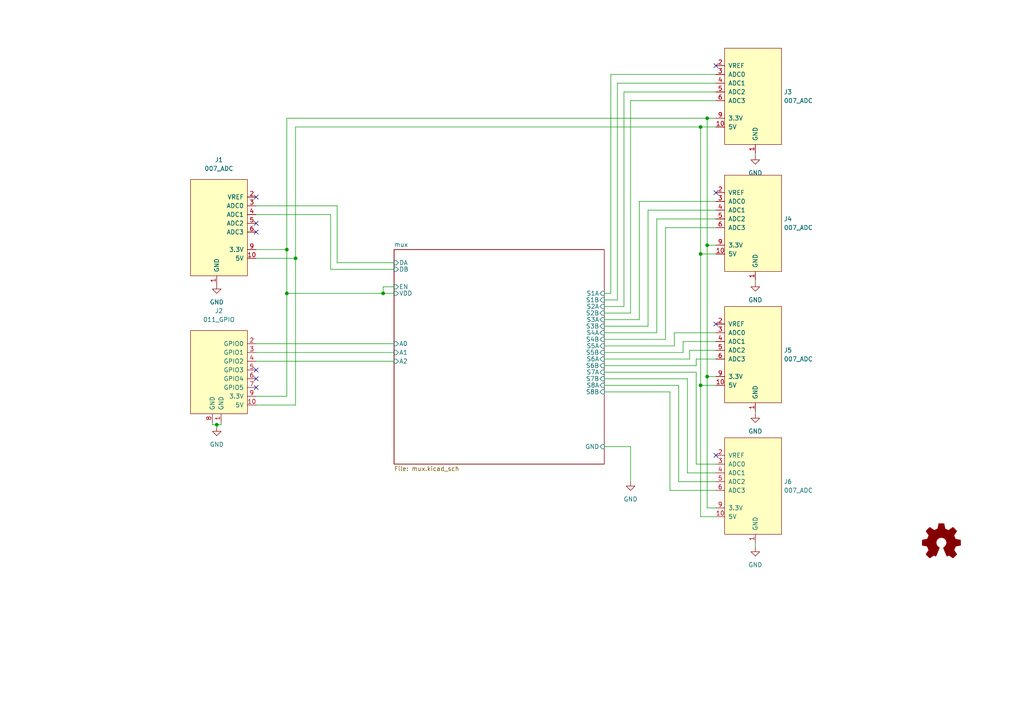
<source format=kicad_sch>
(kicad_sch (version 20230121) (generator eeschema)

  (uuid 57732dd3-1162-4c3f-88bd-31bf473d124d)

  (paper "A4")

  (lib_symbols
    (symbol "Graphic:Logo_Open_Hardware_Small" (pin_names (offset 1.016)) (in_bom yes) (on_board yes)
      (property "Reference" "#LOGO" (at 0 6.985 0)
        (effects (font (size 1.27 1.27)) hide)
      )
      (property "Value" "Logo_Open_Hardware_Small" (at 0 -5.715 0)
        (effects (font (size 1.27 1.27)) hide)
      )
      (property "Footprint" "" (at 0 0 0)
        (effects (font (size 1.27 1.27)) hide)
      )
      (property "Datasheet" "~" (at 0 0 0)
        (effects (font (size 1.27 1.27)) hide)
      )
      (property "ki_keywords" "Logo" (at 0 0 0)
        (effects (font (size 1.27 1.27)) hide)
      )
      (property "ki_description" "Open Hardware logo, small" (at 0 0 0)
        (effects (font (size 1.27 1.27)) hide)
      )
      (symbol "Logo_Open_Hardware_Small_0_1"
        (polyline
          (pts
            (xy 3.3528 -4.3434)
            (xy 3.302 -4.318)
            (xy 3.175 -4.2418)
            (xy 2.9972 -4.1148)
            (xy 2.7686 -3.9624)
            (xy 2.54 -3.81)
            (xy 2.3622 -3.7084)
            (xy 2.2352 -3.6068)
            (xy 2.1844 -3.5814)
            (xy 2.159 -3.6068)
            (xy 2.0574 -3.6576)
            (xy 1.905 -3.7338)
            (xy 1.8034 -3.7846)
            (xy 1.6764 -3.8354)
            (xy 1.6002 -3.8354)
            (xy 1.6002 -3.8354)
            (xy 1.5494 -3.7338)
            (xy 1.4732 -3.5306)
            (xy 1.3462 -3.302)
            (xy 1.2446 -3.0226)
            (xy 1.1176 -2.7178)
            (xy 0.9652 -2.413)
            (xy 0.8636 -2.1082)
            (xy 0.7366 -1.8288)
            (xy 0.6604 -1.6256)
            (xy 0.6096 -1.4732)
            (xy 0.5842 -1.397)
            (xy 0.5842 -1.397)
            (xy 0.6604 -1.3208)
            (xy 0.7874 -1.2446)
            (xy 1.0414 -1.016)
            (xy 1.2954 -0.6858)
            (xy 1.4478 -0.3302)
            (xy 1.524 0.0762)
            (xy 1.4732 0.4572)
            (xy 1.3208 0.8128)
            (xy 1.0668 1.143)
            (xy 0.762 1.3716)
            (xy 0.4064 1.524)
            (xy 0 1.5748)
            (xy -0.381 1.5494)
            (xy -0.7366 1.397)
            (xy -1.0668 1.143)
            (xy -1.2192 0.9906)
            (xy -1.397 0.6604)
            (xy -1.524 0.3048)
            (xy -1.524 0.2286)
            (xy -1.4986 -0.1778)
            (xy -1.397 -0.5334)
            (xy -1.1938 -0.8636)
            (xy -0.9144 -1.143)
            (xy -0.8636 -1.1684)
            (xy -0.7366 -1.27)
            (xy -0.635 -1.3462)
            (xy -0.5842 -1.397)
            (xy -1.0668 -2.5908)
            (xy -1.143 -2.794)
            (xy -1.2954 -3.1242)
            (xy -1.397 -3.4036)
            (xy -1.4986 -3.6322)
            (xy -1.5748 -3.7846)
            (xy -1.6002 -3.8354)
            (xy -1.6002 -3.8354)
            (xy -1.651 -3.8354)
            (xy -1.7272 -3.81)
            (xy -1.905 -3.7338)
            (xy -2.0066 -3.683)
            (xy -2.1336 -3.6068)
            (xy -2.2098 -3.5814)
            (xy -2.2606 -3.6068)
            (xy -2.3622 -3.683)
            (xy -2.54 -3.81)
            (xy -2.7686 -3.9624)
            (xy -2.9718 -4.0894)
            (xy -3.1496 -4.2164)
            (xy -3.302 -4.318)
            (xy -3.3528 -4.3434)
            (xy -3.3782 -4.3434)
            (xy -3.429 -4.318)
            (xy -3.5306 -4.2164)
            (xy -3.7084 -4.064)
            (xy -3.937 -3.8354)
            (xy -3.9624 -3.81)
            (xy -4.1656 -3.6068)
            (xy -4.318 -3.4544)
            (xy -4.4196 -3.3274)
            (xy -4.445 -3.2766)
            (xy -4.445 -3.2766)
            (xy -4.4196 -3.2258)
            (xy -4.318 -3.0734)
            (xy -4.2164 -2.8956)
            (xy -4.064 -2.667)
            (xy -3.6576 -2.0828)
            (xy -3.8862 -1.5494)
            (xy -3.937 -1.3716)
            (xy -4.0386 -1.1684)
            (xy -4.0894 -1.0414)
            (xy -4.1148 -0.9652)
            (xy -4.191 -0.9398)
            (xy -4.318 -0.9144)
            (xy -4.5466 -0.8636)
            (xy -4.8006 -0.8128)
            (xy -5.0546 -0.7874)
            (xy -5.2578 -0.7366)
            (xy -5.4356 -0.7112)
            (xy -5.5118 -0.6858)
            (xy -5.5118 -0.6858)
            (xy -5.5372 -0.635)
            (xy -5.5372 -0.5588)
            (xy -5.5372 -0.4318)
            (xy -5.5626 -0.2286)
            (xy -5.5626 0.0762)
            (xy -5.5626 0.127)
            (xy -5.5372 0.4064)
            (xy -5.5372 0.635)
            (xy -5.5372 0.762)
            (xy -5.5372 0.8382)
            (xy -5.5372 0.8382)
            (xy -5.461 0.8382)
            (xy -5.3086 0.889)
            (xy -5.08 0.9144)
            (xy -4.826 0.9652)
            (xy -4.8006 0.9906)
            (xy -4.5466 1.0414)
            (xy -4.318 1.0668)
            (xy -4.1656 1.1176)
            (xy -4.0894 1.143)
            (xy -4.0894 1.143)
            (xy -4.0386 1.2446)
            (xy -3.9624 1.4224)
            (xy -3.8608 1.6256)
            (xy -3.7846 1.8288)
            (xy -3.7084 2.0066)
            (xy -3.6576 2.159)
            (xy -3.6322 2.2098)
            (xy -3.6322 2.2098)
            (xy -3.683 2.286)
            (xy -3.7592 2.413)
            (xy -3.8862 2.5908)
            (xy -4.064 2.8194)
            (xy -4.064 2.8448)
            (xy -4.2164 3.0734)
            (xy -4.3434 3.2512)
            (xy -4.4196 3.3782)
            (xy -4.445 3.4544)
            (xy -4.445 3.4544)
            (xy -4.3942 3.5052)
            (xy -4.2926 3.6322)
            (xy -4.1148 3.81)
            (xy -3.937 4.0132)
            (xy -3.8608 4.064)
            (xy -3.6576 4.2926)
            (xy -3.5052 4.4196)
            (xy -3.4036 4.4958)
            (xy -3.3528 4.5212)
            (xy -3.3528 4.5212)
            (xy -3.302 4.4704)
            (xy -3.1496 4.3688)
            (xy -2.9718 4.2418)
            (xy -2.7432 4.0894)
            (xy -2.7178 4.0894)
            (xy -2.4892 3.937)
            (xy -2.3114 3.81)
            (xy -2.1844 3.7084)
            (xy -2.1336 3.683)
            (xy -2.1082 3.683)
            (xy -2.032 3.7084)
            (xy -1.8542 3.7592)
            (xy -1.6764 3.8354)
            (xy -1.4732 3.937)
            (xy -1.27 4.0132)
            (xy -1.143 4.064)
            (xy -1.0668 4.1148)
            (xy -1.0668 4.1148)
            (xy -1.0414 4.191)
            (xy -1.016 4.3434)
            (xy -0.9652 4.572)
            (xy -0.9144 4.8514)
            (xy -0.889 4.9022)
            (xy -0.8382 5.1562)
            (xy -0.8128 5.3848)
            (xy -0.7874 5.5372)
            (xy -0.762 5.588)
            (xy -0.7112 5.6134)
            (xy -0.5842 5.6134)
            (xy -0.4064 5.6134)
            (xy -0.1524 5.6134)
            (xy 0.0762 5.6134)
            (xy 0.3302 5.6134)
            (xy 0.5334 5.6134)
            (xy 0.6858 5.588)
            (xy 0.7366 5.588)
            (xy 0.7366 5.588)
            (xy 0.762 5.5118)
            (xy 0.8128 5.334)
            (xy 0.8382 5.1054)
            (xy 0.9144 4.826)
            (xy 0.9144 4.7752)
            (xy 0.9652 4.5212)
            (xy 1.016 4.2926)
            (xy 1.0414 4.1402)
            (xy 1.0668 4.0894)
            (xy 1.0668 4.0894)
            (xy 1.1938 4.0386)
            (xy 1.3716 3.9624)
            (xy 1.5748 3.8608)
            (xy 2.0828 3.6576)
            (xy 2.7178 4.0894)
            (xy 2.7686 4.1402)
            (xy 2.9972 4.2926)
            (xy 3.175 4.4196)
            (xy 3.302 4.4958)
            (xy 3.3782 4.5212)
            (xy 3.3782 4.5212)
            (xy 3.429 4.4704)
            (xy 3.556 4.3434)
            (xy 3.7338 4.191)
            (xy 3.9116 3.9878)
            (xy 4.064 3.8354)
            (xy 4.2418 3.6576)
            (xy 4.3434 3.556)
            (xy 4.4196 3.4798)
            (xy 4.4196 3.429)
            (xy 4.4196 3.4036)
            (xy 4.3942 3.3274)
            (xy 4.2926 3.2004)
            (xy 4.1656 2.9972)
            (xy 4.0132 2.794)
            (xy 3.8862 2.5908)
            (xy 3.7592 2.3876)
            (xy 3.6576 2.2352)
            (xy 3.6322 2.159)
            (xy 3.6322 2.1336)
            (xy 3.683 2.0066)
            (xy 3.7592 1.8288)
            (xy 3.8608 1.6002)
            (xy 4.064 1.1176)
            (xy 4.3942 1.0414)
            (xy 4.5974 1.016)
            (xy 4.8768 0.9652)
            (xy 5.1308 0.9144)
            (xy 5.5372 0.8382)
            (xy 5.5626 -0.6604)
            (xy 5.4864 -0.6858)
            (xy 5.4356 -0.6858)
            (xy 5.2832 -0.7366)
            (xy 5.0546 -0.762)
            (xy 4.8006 -0.8128)
            (xy 4.5974 -0.8636)
            (xy 4.3688 -0.9144)
            (xy 4.2164 -0.9398)
            (xy 4.1402 -0.9398)
            (xy 4.1148 -0.9652)
            (xy 4.064 -1.0668)
            (xy 3.9878 -1.2446)
            (xy 3.9116 -1.4478)
            (xy 3.81 -1.651)
            (xy 3.7338 -1.8542)
            (xy 3.683 -2.0066)
            (xy 3.6576 -2.0828)
            (xy 3.683 -2.1336)
            (xy 3.7846 -2.2606)
            (xy 3.8862 -2.4638)
            (xy 4.0386 -2.667)
            (xy 4.191 -2.8956)
            (xy 4.318 -3.0734)
            (xy 4.3942 -3.2004)
            (xy 4.445 -3.2766)
            (xy 4.4196 -3.3274)
            (xy 4.3434 -3.429)
            (xy 4.1656 -3.5814)
            (xy 3.937 -3.8354)
            (xy 3.8862 -3.8608)
            (xy 3.683 -4.064)
            (xy 3.5306 -4.2164)
            (xy 3.4036 -4.318)
            (xy 3.3528 -4.3434)
          )
          (stroke (width 0) (type default))
          (fill (type outline))
        )
      )
    )
    (symbol "power:GND" (power) (pin_names (offset 0)) (in_bom yes) (on_board yes)
      (property "Reference" "#PWR" (at 0 -6.35 0)
        (effects (font (size 1.27 1.27)) hide)
      )
      (property "Value" "GND" (at 0 -3.81 0)
        (effects (font (size 1.27 1.27)))
      )
      (property "Footprint" "" (at 0 0 0)
        (effects (font (size 1.27 1.27)) hide)
      )
      (property "Datasheet" "" (at 0 0 0)
        (effects (font (size 1.27 1.27)) hide)
      )
      (property "ki_keywords" "power-flag" (at 0 0 0)
        (effects (font (size 1.27 1.27)) hide)
      )
      (property "ki_description" "Power symbol creates a global label with name \"GND\" , ground" (at 0 0 0)
        (effects (font (size 1.27 1.27)) hide)
      )
      (symbol "GND_0_1"
        (polyline
          (pts
            (xy 0 0)
            (xy 0 -1.27)
            (xy 1.27 -1.27)
            (xy 0 -2.54)
            (xy -1.27 -1.27)
            (xy 0 -1.27)
          )
          (stroke (width 0) (type default))
          (fill (type none))
        )
      )
      (symbol "GND_1_1"
        (pin power_in line (at 0 0 270) (length 0) hide
          (name "GND" (effects (font (size 1.27 1.27))))
          (number "1" (effects (font (size 1.27 1.27))))
        )
      )
    )
    (symbol "put_on_edge:007_ADC" (pin_names (offset 1.016)) (in_bom yes) (on_board yes)
      (property "Reference" "J" (at -2.54 13.97 0)
        (effects (font (size 1.27 1.27)))
      )
      (property "Value" "007_ADC" (at 8.89 13.97 0)
        (effects (font (size 1.27 1.27)))
      )
      (property "Footprint" "" (at 7.62 16.51 0)
        (effects (font (size 1.27 1.27)) hide)
      )
      (property "Datasheet" "" (at 7.62 16.51 0)
        (effects (font (size 1.27 1.27)) hide)
      )
      (symbol "007_ADC_0_1"
        (rectangle (start -8.89 12.7) (end 7.62 -15.24)
          (stroke (width 0) (type default))
          (fill (type background))
        )
      )
      (symbol "007_ADC_1_1"
        (pin power_in line (at 0 -17.78 90) (length 2.54)
          (name "GND" (effects (font (size 1.27 1.27))))
          (number "1" (effects (font (size 1.27 1.27))))
        )
        (pin bidirectional line (at -11.43 -10.16 0) (length 2.54)
          (name "5V" (effects (font (size 1.27 1.27))))
          (number "10" (effects (font (size 1.27 1.27))))
        )
        (pin bidirectional line (at -11.43 7.62 0) (length 2.54)
          (name "VREF" (effects (font (size 1.27 1.27))))
          (number "2" (effects (font (size 1.27 1.27))))
        )
        (pin power_in line (at -11.43 5.08 0) (length 2.54)
          (name "ADC0" (effects (font (size 1.27 1.27))))
          (number "3" (effects (font (size 1.27 1.27))))
        )
        (pin bidirectional line (at -11.43 2.54 0) (length 2.54)
          (name "ADC1" (effects (font (size 1.27 1.27))))
          (number "4" (effects (font (size 1.27 1.27))))
        )
        (pin bidirectional line (at -11.43 0 0) (length 2.54)
          (name "ADC2" (effects (font (size 1.27 1.27))))
          (number "5" (effects (font (size 1.27 1.27))))
        )
        (pin bidirectional line (at -11.43 -2.54 0) (length 2.54)
          (name "ADC3" (effects (font (size 1.27 1.27))))
          (number "6" (effects (font (size 1.27 1.27))))
        )
        (pin bidirectional line (at -11.43 -7.62 0) (length 2.54)
          (name "3.3V" (effects (font (size 1.27 1.27))))
          (number "9" (effects (font (size 1.27 1.27))))
        )
      )
    )
    (symbol "put_on_edge:011_GPIO" (pin_names (offset 1.016)) (in_bom yes) (on_board yes)
      (property "Reference" "J" (at -2.54 13.97 0)
        (effects (font (size 1.27 1.27)))
      )
      (property "Value" "011_GPIO" (at 8.89 13.97 0)
        (effects (font (size 1.27 1.27)))
      )
      (property "Footprint" "" (at 7.62 16.51 0)
        (effects (font (size 1.27 1.27)) hide)
      )
      (property "Datasheet" "" (at 7.62 16.51 0)
        (effects (font (size 1.27 1.27)) hide)
      )
      (symbol "011_GPIO_0_1"
        (rectangle (start -8.89 12.7) (end 7.62 -11.43)
          (stroke (width 0) (type default))
          (fill (type background))
        )
      )
      (symbol "011_GPIO_1_1"
        (pin power_in line (at -1.27 -13.97 90) (length 2.54)
          (name "GND" (effects (font (size 1.27 1.27))))
          (number "1" (effects (font (size 1.27 1.27))))
        )
        (pin power_in line (at -11.43 -8.89 0) (length 2.54)
          (name "5V" (effects (font (size 1.27 1.27))))
          (number "10" (effects (font (size 1.27 1.27))))
        )
        (pin bidirectional line (at -11.43 8.89 0) (length 2.54)
          (name "GPIO0" (effects (font (size 1.27 1.27))))
          (number "2" (effects (font (size 1.27 1.27))))
        )
        (pin bidirectional line (at -11.43 6.35 0) (length 2.54)
          (name "GPIO1" (effects (font (size 1.27 1.27))))
          (number "3" (effects (font (size 1.27 1.27))))
        )
        (pin bidirectional line (at -11.43 3.81 0) (length 2.54)
          (name "GPIO2" (effects (font (size 1.27 1.27))))
          (number "4" (effects (font (size 1.27 1.27))))
        )
        (pin bidirectional line (at -11.43 1.27 0) (length 2.54)
          (name "GPIO3" (effects (font (size 1.27 1.27))))
          (number "5" (effects (font (size 1.27 1.27))))
        )
        (pin bidirectional line (at -11.43 -1.27 0) (length 2.54)
          (name "GPIO4" (effects (font (size 1.27 1.27))))
          (number "6" (effects (font (size 1.27 1.27))))
        )
        (pin bidirectional line (at -11.43 -3.81 0) (length 2.54)
          (name "GPIO5" (effects (font (size 1.27 1.27))))
          (number "7" (effects (font (size 1.27 1.27))))
        )
        (pin power_in line (at 1.27 -13.97 90) (length 2.54)
          (name "GND" (effects (font (size 1.27 1.27))))
          (number "8" (effects (font (size 1.27 1.27))))
        )
        (pin power_in line (at -11.43 -6.35 0) (length 2.54)
          (name "3.3V" (effects (font (size 1.27 1.27))))
          (number "9" (effects (font (size 1.27 1.27))))
        )
      )
    )
  )

  (junction (at 203.2 111.76) (diameter 0) (color 0 0 0 0)
    (uuid 10811c12-8f74-4620-9aff-23c875438bfc)
  )
  (junction (at 83.185 72.39) (diameter 0) (color 0 0 0 0)
    (uuid 325fd1a5-2e11-44cb-9590-332b4ec5f34d)
  )
  (junction (at 62.865 123.19) (diameter 0) (color 0 0 0 0)
    (uuid 611d6105-4ef1-4508-a7dc-b269b1c945d6)
  )
  (junction (at 203.2 36.83) (diameter 0) (color 0 0 0 0)
    (uuid 62a5bb64-d653-42ff-b113-e884f855f28a)
  )
  (junction (at 85.725 74.93) (diameter 0) (color 0 0 0 0)
    (uuid 7ad4e716-5735-48ac-a2d5-dcde6a5cbc0a)
  )
  (junction (at 83.185 85.09) (diameter 0) (color 0 0 0 0)
    (uuid 84453254-37a3-49ec-a5e2-bb4bc6534246)
  )
  (junction (at 111.125 85.09) (diameter 0) (color 0 0 0 0)
    (uuid 92e27a68-2720-4a0a-83d2-123322d857d4)
  )
  (junction (at 205.105 109.22) (diameter 0) (color 0 0 0 0)
    (uuid 9a10713d-12ed-4520-b428-07d56a9934b6)
  )
  (junction (at 203.2 73.66) (diameter 0) (color 0 0 0 0)
    (uuid 9ecf6ee3-3bd9-4bdb-a870-f48af3a12238)
  )
  (junction (at 205.105 71.12) (diameter 0) (color 0 0 0 0)
    (uuid bef83b70-1a7f-47d8-9a11-9a0c95ee5de5)
  )
  (junction (at 205.105 34.29) (diameter 0) (color 0 0 0 0)
    (uuid f56243bb-6aeb-430e-9410-c8d677e44091)
  )

  (no_connect (at 207.645 93.98) (uuid 0d899b63-0b38-4622-b9d3-485e78b2a53c))
  (no_connect (at 207.645 132.08) (uuid 0d899b63-0b38-4622-b9d3-485e78b2a53d))
  (no_connect (at 207.645 19.05) (uuid 0d899b63-0b38-4622-b9d3-485e78b2a53e))
  (no_connect (at 207.645 55.88) (uuid 0d899b63-0b38-4622-b9d3-485e78b2a53f))
  (no_connect (at 74.295 57.15) (uuid 4c8268ba-396b-4d77-adea-8fa3fb452eed))
  (no_connect (at 74.295 64.77) (uuid 4c8268ba-396b-4d77-adea-8fa3fb452eee))
  (no_connect (at 74.295 67.31) (uuid 4c8268ba-396b-4d77-adea-8fa3fb452eef))
  (no_connect (at 74.295 107.315) (uuid b670358e-a620-46b8-a1e6-60c0ce77afa1))
  (no_connect (at 74.295 109.855) (uuid b670358e-a620-46b8-a1e6-60c0ce77afa2))
  (no_connect (at 74.295 112.395) (uuid b670358e-a620-46b8-a1e6-60c0ce77afa3))

  (wire (pts (xy 196.85 139.7) (xy 207.645 139.7))
    (stroke (width 0) (type default))
    (uuid 009b1a1c-54ff-4158-a38e-82866f13d5c1)
  )
  (wire (pts (xy 182.88 29.21) (xy 207.645 29.21))
    (stroke (width 0) (type default))
    (uuid 01108ec9-8af5-4fc1-9f52-3ca5ff3e522d)
  )
  (wire (pts (xy 175.26 90.805) (xy 182.88 90.805))
    (stroke (width 0) (type default))
    (uuid 01d95d08-7926-4350-b014-706d0b50169a)
  )
  (wire (pts (xy 195.58 100.33) (xy 195.58 96.52))
    (stroke (width 0) (type default))
    (uuid 05dc2fa5-0174-4179-a815-a1aa3051c737)
  )
  (wire (pts (xy 74.295 102.235) (xy 114.3 102.235))
    (stroke (width 0) (type default))
    (uuid 096033f0-4bc5-4865-9543-04ecb3837a95)
  )
  (wire (pts (xy 175.26 94.615) (xy 187.96 94.615))
    (stroke (width 0) (type default))
    (uuid 097ceae7-7f2e-46e4-8f7a-2b1fd1d4b013)
  )
  (wire (pts (xy 190.5 96.52) (xy 190.5 63.5))
    (stroke (width 0) (type default))
    (uuid 0ccb67ee-dfb8-4c29-9699-41a97f1f6084)
  )
  (wire (pts (xy 205.105 147.32) (xy 205.105 109.22))
    (stroke (width 0) (type default))
    (uuid 0f84e85b-c4a0-4770-b5d4-44b3ef3e2d53)
  )
  (wire (pts (xy 194.31 113.665) (xy 194.31 142.24))
    (stroke (width 0) (type default))
    (uuid 113b20ff-69b2-4bbb-ae51-7624465ca53a)
  )
  (wire (pts (xy 179.07 86.995) (xy 179.07 24.13))
    (stroke (width 0) (type default))
    (uuid 1295f276-e810-446b-acba-80ec71ea0856)
  )
  (wire (pts (xy 111.125 85.09) (xy 83.185 85.09))
    (stroke (width 0) (type default))
    (uuid 1a403f37-79d7-48b8-8ceb-23b7eb3bbea3)
  )
  (wire (pts (xy 219.075 119.38) (xy 219.075 120.015))
    (stroke (width 0) (type default))
    (uuid 1a575760-549f-4fe9-a50f-96c5ae7fa1c8)
  )
  (wire (pts (xy 61.595 122.555) (xy 61.595 123.19))
    (stroke (width 0) (type default))
    (uuid 1aef147c-ed9e-49a7-9472-c291ce582676)
  )
  (wire (pts (xy 175.26 113.665) (xy 194.31 113.665))
    (stroke (width 0) (type default))
    (uuid 1c83c8cc-1c1e-4733-a5a9-4f215a1ef00b)
  )
  (wire (pts (xy 201.93 107.95) (xy 201.93 134.62))
    (stroke (width 0) (type default))
    (uuid 1fe71b5c-2e9f-4b4f-8758-3acec33b435e)
  )
  (wire (pts (xy 95.885 62.23) (xy 74.295 62.23))
    (stroke (width 0) (type default))
    (uuid 27aa9f15-ef17-4a01-8cc3-3eb88935ed2d)
  )
  (wire (pts (xy 62.865 123.19) (xy 62.865 123.825))
    (stroke (width 0) (type default))
    (uuid 30578fbb-0b1d-4574-b39d-c12c4542cadd)
  )
  (wire (pts (xy 199.39 137.16) (xy 207.645 137.16))
    (stroke (width 0) (type default))
    (uuid 318205f3-3ea0-4da1-8663-991140efb625)
  )
  (wire (pts (xy 175.26 88.9) (xy 180.975 88.9))
    (stroke (width 0) (type default))
    (uuid 31dd1ef1-f446-4cc6-99ea-427587ebc299)
  )
  (wire (pts (xy 219.075 81.28) (xy 219.075 81.915))
    (stroke (width 0) (type default))
    (uuid 37a366bb-b19c-4be1-b031-e599f514ccd2)
  )
  (wire (pts (xy 201.93 104.14) (xy 207.645 104.14))
    (stroke (width 0) (type default))
    (uuid 3a3692d8-c322-442e-b015-b9142739947c)
  )
  (wire (pts (xy 61.595 123.19) (xy 62.865 123.19))
    (stroke (width 0) (type default))
    (uuid 3af81c8b-0965-46c9-aee4-43091a39a919)
  )
  (wire (pts (xy 74.295 74.93) (xy 85.725 74.93))
    (stroke (width 0) (type default))
    (uuid 3f0ae040-72ae-4df1-80fe-826505898f82)
  )
  (wire (pts (xy 201.93 134.62) (xy 207.645 134.62))
    (stroke (width 0) (type default))
    (uuid 43b649ee-604b-40ea-b73f-f7e074a9cb83)
  )
  (wire (pts (xy 205.105 71.12) (xy 205.105 34.29))
    (stroke (width 0) (type default))
    (uuid 44b97226-c01d-43ab-bdfe-7593265b6e0f)
  )
  (wire (pts (xy 203.2 73.66) (xy 207.645 73.66))
    (stroke (width 0) (type default))
    (uuid 44fcbaa9-bbbb-4ee8-a221-6bdd72b209e7)
  )
  (wire (pts (xy 175.26 100.33) (xy 195.58 100.33))
    (stroke (width 0) (type default))
    (uuid 4524901c-3bfa-44ab-b4b6-37eb8d73abaf)
  )
  (wire (pts (xy 199.39 109.855) (xy 199.39 137.16))
    (stroke (width 0) (type default))
    (uuid 45bc94fb-ba57-4437-a531-0bc7d2c70719)
  )
  (wire (pts (xy 201.93 106.045) (xy 201.93 104.14))
    (stroke (width 0) (type default))
    (uuid 4823ff69-e9c5-4b5c-8424-38704dec146b)
  )
  (wire (pts (xy 205.105 109.22) (xy 205.105 71.12))
    (stroke (width 0) (type default))
    (uuid 48a10beb-64ee-4416-a302-023c9d8f4c58)
  )
  (wire (pts (xy 203.2 36.83) (xy 207.645 36.83))
    (stroke (width 0) (type default))
    (uuid 4ca8d857-d6dc-4552-b228-76b77794ecc7)
  )
  (wire (pts (xy 205.105 34.29) (xy 207.645 34.29))
    (stroke (width 0) (type default))
    (uuid 553ca224-ea4e-4a5e-b419-dd3747c8c604)
  )
  (wire (pts (xy 203.2 73.66) (xy 203.2 36.83))
    (stroke (width 0) (type default))
    (uuid 5583dab5-c0a5-4992-bd47-b92aaaf56909)
  )
  (wire (pts (xy 175.26 98.425) (xy 193.04 98.425))
    (stroke (width 0) (type default))
    (uuid 57ffc221-e603-467d-be42-f77af8dd0d1c)
  )
  (wire (pts (xy 194.31 142.24) (xy 207.645 142.24))
    (stroke (width 0) (type default))
    (uuid 59aac93a-f950-4887-9bf9-87c981a5dd68)
  )
  (wire (pts (xy 182.88 129.54) (xy 182.88 139.7))
    (stroke (width 0) (type default))
    (uuid 5a1fc14d-1d6f-444c-82b2-77ce3f0eeb3f)
  )
  (wire (pts (xy 64.135 122.555) (xy 64.135 123.19))
    (stroke (width 0) (type default))
    (uuid 5e6c4ea8-893a-4a57-8f22-7e2300132aba)
  )
  (wire (pts (xy 74.295 117.475) (xy 85.725 117.475))
    (stroke (width 0) (type default))
    (uuid 5eb2ff01-5854-4d81-a22a-29cc5c010bb9)
  )
  (wire (pts (xy 205.105 71.12) (xy 207.645 71.12))
    (stroke (width 0) (type default))
    (uuid 6382980b-7b42-4e48-adb5-ec2ae6c42ebe)
  )
  (wire (pts (xy 114.3 78.105) (xy 95.885 78.105))
    (stroke (width 0) (type default))
    (uuid 64957206-d4ec-4b6d-b575-51d9b3fc5259)
  )
  (wire (pts (xy 219.075 44.45) (xy 219.075 45.085))
    (stroke (width 0) (type default))
    (uuid 656c9cde-abdc-4d10-8c94-902004c85453)
  )
  (wire (pts (xy 175.26 96.52) (xy 190.5 96.52))
    (stroke (width 0) (type default))
    (uuid 65bbac10-9b71-419a-891d-cfa6091e733c)
  )
  (wire (pts (xy 195.58 96.52) (xy 207.645 96.52))
    (stroke (width 0) (type default))
    (uuid 67f2bd28-e528-4aa6-ab97-a263d076fcd9)
  )
  (wire (pts (xy 175.26 104.14) (xy 200.025 104.14))
    (stroke (width 0) (type default))
    (uuid 6973bfe1-5d84-4aec-a1cf-6cb139726807)
  )
  (wire (pts (xy 114.3 83.185) (xy 111.125 83.185))
    (stroke (width 0) (type default))
    (uuid 6cb7a141-1aeb-44f4-ab40-0967b405519f)
  )
  (wire (pts (xy 97.79 76.2) (xy 97.79 59.69))
    (stroke (width 0) (type default))
    (uuid 702cb738-c67e-4e3c-a6b3-a909a9ffa8a8)
  )
  (wire (pts (xy 114.3 85.09) (xy 111.125 85.09))
    (stroke (width 0) (type default))
    (uuid 7267a7c0-cdd5-41be-bcc8-0bde79e0472a)
  )
  (wire (pts (xy 200.025 104.14) (xy 200.025 101.6))
    (stroke (width 0) (type default))
    (uuid 72f93373-b8b1-4463-bf45-b1e8a188fe9b)
  )
  (wire (pts (xy 198.12 99.06) (xy 207.645 99.06))
    (stroke (width 0) (type default))
    (uuid 72fc3b01-2efc-4f85-bef4-59e944172188)
  )
  (wire (pts (xy 83.185 114.935) (xy 74.295 114.935))
    (stroke (width 0) (type default))
    (uuid 75218e23-e02d-4ac6-bafd-d2835d9c50ac)
  )
  (wire (pts (xy 175.26 86.995) (xy 179.07 86.995))
    (stroke (width 0) (type default))
    (uuid 76d61c83-9405-4771-aa8a-aa33b6b26e55)
  )
  (wire (pts (xy 83.185 72.39) (xy 74.295 72.39))
    (stroke (width 0) (type default))
    (uuid 77f3e875-4831-4d48-bb08-841387285327)
  )
  (wire (pts (xy 190.5 63.5) (xy 207.645 63.5))
    (stroke (width 0) (type default))
    (uuid 791e3bbb-12ea-4f4c-a07c-1d2d90822342)
  )
  (wire (pts (xy 177.165 21.59) (xy 207.645 21.59))
    (stroke (width 0) (type default))
    (uuid 8021abdd-7e70-4d78-8ace-52dc8d31df14)
  )
  (wire (pts (xy 180.975 26.67) (xy 207.645 26.67))
    (stroke (width 0) (type default))
    (uuid 82958260-8894-47a6-af9e-b82da7d23901)
  )
  (wire (pts (xy 207.645 147.32) (xy 205.105 147.32))
    (stroke (width 0) (type default))
    (uuid 8aa4acdc-a845-429c-9b50-d3004d269125)
  )
  (wire (pts (xy 114.3 76.2) (xy 97.79 76.2))
    (stroke (width 0) (type default))
    (uuid 93660000-5ae1-4fe4-a402-e11a2eb595b9)
  )
  (wire (pts (xy 185.42 58.42) (xy 207.645 58.42))
    (stroke (width 0) (type default))
    (uuid 97e92815-3273-45ed-b384-a9f2dcbcd341)
  )
  (wire (pts (xy 74.295 99.695) (xy 114.3 99.695))
    (stroke (width 0) (type default))
    (uuid a09b9f5b-95d5-4f3b-8146-438e55d1d01a)
  )
  (wire (pts (xy 205.105 109.22) (xy 207.645 109.22))
    (stroke (width 0) (type default))
    (uuid a15fe12d-bde7-454a-9c48-e14bc9fa0b36)
  )
  (wire (pts (xy 187.96 60.96) (xy 207.645 60.96))
    (stroke (width 0) (type default))
    (uuid a58567a2-283f-4b3a-a561-42f9abcafa90)
  )
  (wire (pts (xy 196.85 111.76) (xy 196.85 139.7))
    (stroke (width 0) (type default))
    (uuid a5d39e37-2ce0-4d1c-9d3d-7c17f5328cd7)
  )
  (wire (pts (xy 175.26 107.95) (xy 201.93 107.95))
    (stroke (width 0) (type default))
    (uuid a96eea49-dd2f-4feb-8f01-5962dd15694a)
  )
  (wire (pts (xy 182.88 90.805) (xy 182.88 29.21))
    (stroke (width 0) (type default))
    (uuid aad3cbac-91fc-416d-a80b-a036c6ea1a85)
  )
  (wire (pts (xy 83.185 85.09) (xy 83.185 72.39))
    (stroke (width 0) (type default))
    (uuid ab1a04d8-8ff8-4732-8c15-a9f71261c774)
  )
  (wire (pts (xy 97.79 59.69) (xy 74.295 59.69))
    (stroke (width 0) (type default))
    (uuid ac6d7c50-55bc-433d-9692-0613cb976bba)
  )
  (wire (pts (xy 179.07 24.13) (xy 207.645 24.13))
    (stroke (width 0) (type default))
    (uuid ae4bd0ac-e326-470e-bc2f-8a23fa8ce32e)
  )
  (wire (pts (xy 180.975 88.9) (xy 180.975 26.67))
    (stroke (width 0) (type default))
    (uuid b4bea9fd-0df2-4cf2-8db7-b8149fed541b)
  )
  (wire (pts (xy 187.96 94.615) (xy 187.96 60.96))
    (stroke (width 0) (type default))
    (uuid b5a4edf0-bac2-4a05-b777-530fc004780f)
  )
  (wire (pts (xy 219.075 157.48) (xy 219.075 158.75))
    (stroke (width 0) (type default))
    (uuid b5a764ad-c72f-4eb9-994a-bf2edfb273b6)
  )
  (wire (pts (xy 175.26 129.54) (xy 182.88 129.54))
    (stroke (width 0) (type default))
    (uuid b5f50e6e-6728-4454-96f5-44e0bc388ce5)
  )
  (wire (pts (xy 85.725 36.83) (xy 203.2 36.83))
    (stroke (width 0) (type default))
    (uuid b7ec3b55-a010-4e78-bdad-594692a237c3)
  )
  (wire (pts (xy 198.12 102.235) (xy 198.12 99.06))
    (stroke (width 0) (type default))
    (uuid b84cc572-eebb-4181-a1e6-53d972638bf0)
  )
  (wire (pts (xy 64.135 123.19) (xy 62.865 123.19))
    (stroke (width 0) (type default))
    (uuid b8cc8728-0ba5-46f4-a724-0837ee063dbc)
  )
  (wire (pts (xy 203.2 111.76) (xy 207.645 111.76))
    (stroke (width 0) (type default))
    (uuid be72bed3-4bd9-4ec2-bbdc-637287d60e71)
  )
  (wire (pts (xy 111.125 83.185) (xy 111.125 85.09))
    (stroke (width 0) (type default))
    (uuid c622375a-14fa-41e5-a8e2-bc53578f6887)
  )
  (wire (pts (xy 83.185 85.09) (xy 83.185 114.935))
    (stroke (width 0) (type default))
    (uuid c7b52f4f-29c8-4152-93d2-96b630303f27)
  )
  (wire (pts (xy 185.42 92.71) (xy 185.42 58.42))
    (stroke (width 0) (type default))
    (uuid c7d64bc5-26c7-4823-969f-1dd839df9e2e)
  )
  (wire (pts (xy 175.26 85.09) (xy 177.165 85.09))
    (stroke (width 0) (type default))
    (uuid ce96423d-5447-411e-9af4-29b690f13325)
  )
  (wire (pts (xy 74.295 104.775) (xy 114.3 104.775))
    (stroke (width 0) (type default))
    (uuid d085c0e8-9f87-4f8f-a645-744ce37c2208)
  )
  (wire (pts (xy 95.885 78.105) (xy 95.885 62.23))
    (stroke (width 0) (type default))
    (uuid d0f8c198-794f-4d19-8424-a2bfc24bc37a)
  )
  (wire (pts (xy 175.26 102.235) (xy 198.12 102.235))
    (stroke (width 0) (type default))
    (uuid d3bcd8ad-ac43-471b-b2b9-54a3e32569c7)
  )
  (wire (pts (xy 175.26 111.76) (xy 196.85 111.76))
    (stroke (width 0) (type default))
    (uuid d3f4ddbf-29bb-4c79-9fe0-5de9e749603c)
  )
  (wire (pts (xy 205.105 34.29) (xy 83.185 34.29))
    (stroke (width 0) (type default))
    (uuid d68a0096-9a01-4670-970a-c72717a317c5)
  )
  (wire (pts (xy 177.165 85.09) (xy 177.165 21.59))
    (stroke (width 0) (type default))
    (uuid da7b2d89-815d-4985-9352-7921054cedec)
  )
  (wire (pts (xy 193.04 66.04) (xy 207.645 66.04))
    (stroke (width 0) (type default))
    (uuid e1b876a3-2e51-42e8-a9e5-bc901076f870)
  )
  (wire (pts (xy 83.185 34.29) (xy 83.185 72.39))
    (stroke (width 0) (type default))
    (uuid e22bd3fa-d47f-4868-bd51-16bf22cc2656)
  )
  (wire (pts (xy 175.26 109.855) (xy 199.39 109.855))
    (stroke (width 0) (type default))
    (uuid ecb06b38-ba85-4ffd-ab09-e0dcfc8036f4)
  )
  (wire (pts (xy 193.04 98.425) (xy 193.04 66.04))
    (stroke (width 0) (type default))
    (uuid eebd87be-2545-4d4e-9d52-5c8710961125)
  )
  (wire (pts (xy 175.26 92.71) (xy 185.42 92.71))
    (stroke (width 0) (type default))
    (uuid efbe931d-e52e-4944-b5bb-55b1adc165fb)
  )
  (wire (pts (xy 175.26 106.045) (xy 201.93 106.045))
    (stroke (width 0) (type default))
    (uuid f1b652fa-d1d7-4af0-8966-d5453376892f)
  )
  (wire (pts (xy 203.2 111.76) (xy 203.2 73.66))
    (stroke (width 0) (type default))
    (uuid f59fe4a2-c2d8-4555-a96a-2e4f7306021e)
  )
  (wire (pts (xy 203.2 149.86) (xy 203.2 111.76))
    (stroke (width 0) (type default))
    (uuid f6db4f76-4ef0-4e73-9499-44c3c9ee95f3)
  )
  (wire (pts (xy 85.725 117.475) (xy 85.725 74.93))
    (stroke (width 0) (type default))
    (uuid f9951391-8855-491a-b6cd-9b0e1b089607)
  )
  (wire (pts (xy 85.725 74.93) (xy 85.725 36.83))
    (stroke (width 0) (type default))
    (uuid fca7634e-9017-4e6a-af7a-bd7434d36fbf)
  )
  (wire (pts (xy 207.645 149.86) (xy 203.2 149.86))
    (stroke (width 0) (type default))
    (uuid fdbc5336-4b3d-44ab-84a3-31a91ddfe2b6)
  )
  (wire (pts (xy 200.025 101.6) (xy 207.645 101.6))
    (stroke (width 0) (type default))
    (uuid fe8940a6-0eb6-4584-899d-4f38120650f2)
  )

  (symbol (lib_id "put_on_edge:007_ADC") (at 62.865 64.77 0) (mirror y) (unit 1)
    (in_bom yes) (on_board yes) (dnp no) (fields_autoplaced)
    (uuid 0751084e-0f4b-4047-830d-4208118c52f8)
    (property "Reference" "J1" (at 63.5 46.355 0)
      (effects (font (size 1.27 1.27)))
    )
    (property "Value" "007_ADC" (at 63.5 48.895 0)
      (effects (font (size 1.27 1.27)))
    )
    (property "Footprint" "on_edge:on_edge_2x05_device" (at 55.245 48.26 0)
      (effects (font (size 1.27 1.27)) hide)
    )
    (property "Datasheet" "" (at 55.245 48.26 0)
      (effects (font (size 1.27 1.27)) hide)
    )
    (property "lcsc" "C14663" (at 62.865 64.77 0)
      (effects (font (size 1.27 1.27)) hide)
    )
    (pin "1" (uuid 8b8bc6b6-72c2-4db0-a83d-9e4334839658))
    (pin "10" (uuid 2af9d2ad-3dd0-462b-84d8-0f04bb2d9634))
    (pin "2" (uuid dea90f78-4005-434d-b937-b0fbd3253163))
    (pin "3" (uuid 8b4d55c0-6a22-4cfa-9c90-e96e3fe97f63))
    (pin "4" (uuid 2b5d7360-4d98-475b-85ef-a81d4e704d87))
    (pin "5" (uuid d49d1b3c-1704-4681-ae02-d37c50592059))
    (pin "6" (uuid 939e1654-54d8-4143-907e-27eda663a380))
    (pin "9" (uuid 7e84f3ab-246a-4ce2-b738-a2b9b959f42d))
    (instances
      (project "board"
        (path "/57732dd3-1162-4c3f-88bd-31bf473d124d"
          (reference "J1") (unit 1)
        )
      )
    )
  )

  (symbol (lib_id "put_on_edge:007_ADC") (at 219.075 26.67 0) (unit 1)
    (in_bom yes) (on_board yes) (dnp no) (fields_autoplaced)
    (uuid 287bda27-b522-4787-9d87-b393d8921214)
    (property "Reference" "J3" (at 227.33 26.6699 0)
      (effects (font (size 1.27 1.27)) (justify left))
    )
    (property "Value" "007_ADC" (at 227.33 29.2099 0)
      (effects (font (size 1.27 1.27)) (justify left))
    )
    (property "Footprint" "on_edge:on_edge_2x05_host" (at 226.695 10.16 0)
      (effects (font (size 1.27 1.27)) hide)
    )
    (property "Datasheet" "" (at 226.695 10.16 0)
      (effects (font (size 1.27 1.27)) hide)
    )
    (pin "1" (uuid 9428481c-21e4-40e6-86b2-b0feed56e7e9))
    (pin "10" (uuid fbf96e53-9c2c-470f-bacd-ccc5f602a332))
    (pin "2" (uuid 847f5ef5-7412-429d-82b9-3624b0763b07))
    (pin "3" (uuid fdbe355e-2b4a-4585-9c16-031aa6b95c4b))
    (pin "4" (uuid b25f6615-93ab-48c3-a343-8ed82c7cbd1e))
    (pin "5" (uuid 7befcebc-9530-4ca1-800c-07b5b90460d5))
    (pin "6" (uuid d94749b6-673b-45ca-832d-74aeaf305b59))
    (pin "9" (uuid b561b479-9853-49c1-a186-fa98fbbfb545))
    (instances
      (project "board"
        (path "/57732dd3-1162-4c3f-88bd-31bf473d124d"
          (reference "J3") (unit 1)
        )
      )
    )
  )

  (symbol (lib_id "power:GND") (at 219.075 120.015 0) (unit 1)
    (in_bom yes) (on_board yes) (dnp no) (fields_autoplaced)
    (uuid 2c02959d-559c-41d9-be50-c81e8d0caf7e)
    (property "Reference" "#PWR0104" (at 219.075 126.365 0)
      (effects (font (size 1.27 1.27)) hide)
    )
    (property "Value" "GND" (at 219.075 125.095 0)
      (effects (font (size 1.27 1.27)))
    )
    (property "Footprint" "" (at 219.075 120.015 0)
      (effects (font (size 1.27 1.27)) hide)
    )
    (property "Datasheet" "" (at 219.075 120.015 0)
      (effects (font (size 1.27 1.27)) hide)
    )
    (pin "1" (uuid 2612ce5a-cd3c-4a0f-b370-2961aa221166))
    (instances
      (project "board"
        (path "/57732dd3-1162-4c3f-88bd-31bf473d124d"
          (reference "#PWR0104") (unit 1)
        )
      )
    )
  )

  (symbol (lib_id "power:GND") (at 62.865 82.55 0) (unit 1)
    (in_bom yes) (on_board yes) (dnp no) (fields_autoplaced)
    (uuid 4117a66d-c425-4868-8fb4-3a1d5750a40d)
    (property "Reference" "#PWR0106" (at 62.865 88.9 0)
      (effects (font (size 1.27 1.27)) hide)
    )
    (property "Value" "GND" (at 62.865 87.63 0)
      (effects (font (size 1.27 1.27)))
    )
    (property "Footprint" "" (at 62.865 82.55 0)
      (effects (font (size 1.27 1.27)) hide)
    )
    (property "Datasheet" "" (at 62.865 82.55 0)
      (effects (font (size 1.27 1.27)) hide)
    )
    (pin "1" (uuid e2d0b8b8-a1b6-488d-afe6-5ec29460c464))
    (instances
      (project "board"
        (path "/57732dd3-1162-4c3f-88bd-31bf473d124d"
          (reference "#PWR0106") (unit 1)
        )
      )
    )
  )

  (symbol (lib_id "put_on_edge:011_GPIO") (at 62.865 108.585 0) (mirror y) (unit 1)
    (in_bom yes) (on_board yes) (dnp no) (fields_autoplaced)
    (uuid 5074e054-e93d-4f91-8d6b-8fd43b7c1915)
    (property "Reference" "J2" (at 63.5 90.17 0)
      (effects (font (size 1.27 1.27)))
    )
    (property "Value" "011_GPIO" (at 63.5 92.71 0)
      (effects (font (size 1.27 1.27)))
    )
    (property "Footprint" "on_edge:on_edge_2x05_device" (at 55.245 92.075 0)
      (effects (font (size 1.27 1.27)) hide)
    )
    (property "Datasheet" "" (at 55.245 92.075 0)
      (effects (font (size 1.27 1.27)) hide)
    )
    (pin "1" (uuid a6cd497c-688d-429f-aa3d-c2fff0ef123c))
    (pin "10" (uuid e931e73f-e86f-44ad-bf17-32f2687b5413))
    (pin "2" (uuid 76ea05f7-2a44-4501-b4f2-e56c6a3805f5))
    (pin "3" (uuid 31f63f61-b9d2-40da-a0ed-509120b2e15c))
    (pin "4" (uuid de25228f-dad9-4793-a729-31546d5fadee))
    (pin "5" (uuid d94d9b40-7392-4ea3-bfea-64672ba3b470))
    (pin "6" (uuid 92588b09-9150-4baf-aaf8-36979689335c))
    (pin "7" (uuid d60a9fe1-e5ab-4084-9a48-b1d6abce457b))
    (pin "8" (uuid 8b4878a4-d261-4697-8cdf-dcc09b9dfa05))
    (pin "9" (uuid 9bfc42de-8dd1-4063-9bff-e5417760336c))
    (instances
      (project "board"
        (path "/57732dd3-1162-4c3f-88bd-31bf473d124d"
          (reference "J2") (unit 1)
        )
      )
    )
  )

  (symbol (lib_id "power:GND") (at 219.075 81.915 0) (unit 1)
    (in_bom yes) (on_board yes) (dnp no) (fields_autoplaced)
    (uuid 51b7104b-49c8-4ba1-b471-62ec4d88eda3)
    (property "Reference" "#PWR0103" (at 219.075 88.265 0)
      (effects (font (size 1.27 1.27)) hide)
    )
    (property "Value" "GND" (at 219.075 86.995 0)
      (effects (font (size 1.27 1.27)))
    )
    (property "Footprint" "" (at 219.075 81.915 0)
      (effects (font (size 1.27 1.27)) hide)
    )
    (property "Datasheet" "" (at 219.075 81.915 0)
      (effects (font (size 1.27 1.27)) hide)
    )
    (pin "1" (uuid f60d3b9d-47ff-439b-9f8c-1b9095514dfd))
    (instances
      (project "board"
        (path "/57732dd3-1162-4c3f-88bd-31bf473d124d"
          (reference "#PWR0103") (unit 1)
        )
      )
    )
  )

  (symbol (lib_id "power:GND") (at 219.075 158.75 0) (unit 1)
    (in_bom yes) (on_board yes) (dnp no) (fields_autoplaced)
    (uuid 5e464cb6-4cfd-4319-9a3e-c0bfe5860b99)
    (property "Reference" "#PWR0102" (at 219.075 165.1 0)
      (effects (font (size 1.27 1.27)) hide)
    )
    (property "Value" "GND" (at 219.075 163.83 0)
      (effects (font (size 1.27 1.27)))
    )
    (property "Footprint" "" (at 219.075 158.75 0)
      (effects (font (size 1.27 1.27)) hide)
    )
    (property "Datasheet" "" (at 219.075 158.75 0)
      (effects (font (size 1.27 1.27)) hide)
    )
    (pin "1" (uuid f33a0b2b-3f18-4f6e-8e89-8a42f2b3aadc))
    (instances
      (project "board"
        (path "/57732dd3-1162-4c3f-88bd-31bf473d124d"
          (reference "#PWR0102") (unit 1)
        )
      )
    )
  )

  (symbol (lib_id "put_on_edge:007_ADC") (at 219.075 101.6 0) (unit 1)
    (in_bom yes) (on_board yes) (dnp no) (fields_autoplaced)
    (uuid 6c638c59-7d5c-431c-9e18-24b5634442da)
    (property "Reference" "J5" (at 227.33 101.5999 0)
      (effects (font (size 1.27 1.27)) (justify left))
    )
    (property "Value" "007_ADC" (at 227.33 104.1399 0)
      (effects (font (size 1.27 1.27)) (justify left))
    )
    (property "Footprint" "on_edge:on_edge_2x05_host" (at 226.695 85.09 0)
      (effects (font (size 1.27 1.27)) hide)
    )
    (property "Datasheet" "" (at 226.695 85.09 0)
      (effects (font (size 1.27 1.27)) hide)
    )
    (pin "1" (uuid ca3bc08b-1b54-41f5-bf61-efed8c5cf036))
    (pin "10" (uuid d310d8d2-e270-4b6e-8d28-c4650ebac0ef))
    (pin "2" (uuid 6c2cd7b3-3413-4e0f-bbea-12285b1ae7a8))
    (pin "3" (uuid 254da144-f9bc-4e86-81ba-7aa4f0d269c9))
    (pin "4" (uuid ecbedeea-6059-4e5f-831e-a654f62765b9))
    (pin "5" (uuid 904eaebf-e307-410a-83c7-d22b1c6916d5))
    (pin "6" (uuid e27b371d-4a65-404f-b34f-fa07abf70ad3))
    (pin "9" (uuid 23d0a114-ee85-4537-b4ed-9785a4ad7da2))
    (instances
      (project "board"
        (path "/57732dd3-1162-4c3f-88bd-31bf473d124d"
          (reference "J5") (unit 1)
        )
      )
    )
  )

  (symbol (lib_id "power:GND") (at 62.865 123.825 0) (unit 1)
    (in_bom yes) (on_board yes) (dnp no) (fields_autoplaced)
    (uuid 7635cf47-421e-46c7-a373-7341a4da4022)
    (property "Reference" "#PWR0107" (at 62.865 130.175 0)
      (effects (font (size 1.27 1.27)) hide)
    )
    (property "Value" "GND" (at 62.865 128.905 0)
      (effects (font (size 1.27 1.27)))
    )
    (property "Footprint" "" (at 62.865 123.825 0)
      (effects (font (size 1.27 1.27)) hide)
    )
    (property "Datasheet" "" (at 62.865 123.825 0)
      (effects (font (size 1.27 1.27)) hide)
    )
    (pin "1" (uuid 0fcfa18e-7772-4a53-91d3-26bbcdb2734f))
    (instances
      (project "board"
        (path "/57732dd3-1162-4c3f-88bd-31bf473d124d"
          (reference "#PWR0107") (unit 1)
        )
      )
    )
  )

  (symbol (lib_id "put_on_edge:007_ADC") (at 219.075 139.7 0) (unit 1)
    (in_bom yes) (on_board yes) (dnp no) (fields_autoplaced)
    (uuid 7915370d-baaf-4120-bdaa-af9209f78045)
    (property "Reference" "J6" (at 227.33 139.6999 0)
      (effects (font (size 1.27 1.27)) (justify left))
    )
    (property "Value" "007_ADC" (at 227.33 142.2399 0)
      (effects (font (size 1.27 1.27)) (justify left))
    )
    (property "Footprint" "on_edge:on_edge_2x05_host" (at 226.695 123.19 0)
      (effects (font (size 1.27 1.27)) hide)
    )
    (property "Datasheet" "" (at 226.695 123.19 0)
      (effects (font (size 1.27 1.27)) hide)
    )
    (pin "1" (uuid d41b7866-3b25-4db3-bc37-af80208e2a5c))
    (pin "10" (uuid 1ea56907-4f03-463a-9315-2082e717b798))
    (pin "2" (uuid 9d0718c1-de73-46c4-8d13-364225b6d799))
    (pin "3" (uuid a1217378-9674-4bc9-8951-c24ace756f57))
    (pin "4" (uuid 2d4697dd-f0a4-4621-bb09-278037be86f7))
    (pin "5" (uuid b100affb-6f34-4750-99fa-713cd06f03df))
    (pin "6" (uuid 649bb822-c241-42df-a4f4-b6351940b3dc))
    (pin "9" (uuid 63fc690b-05ec-4b9b-99fa-e57d6d5401d2))
    (instances
      (project "board"
        (path "/57732dd3-1162-4c3f-88bd-31bf473d124d"
          (reference "J6") (unit 1)
        )
      )
    )
  )

  (symbol (lib_id "power:GND") (at 182.88 139.7 0) (unit 1)
    (in_bom yes) (on_board yes) (dnp no) (fields_autoplaced)
    (uuid 971afa99-5d33-4a72-a8e1-edd3c45138ed)
    (property "Reference" "#PWR0101" (at 182.88 146.05 0)
      (effects (font (size 1.27 1.27)) hide)
    )
    (property "Value" "GND" (at 182.88 144.78 0)
      (effects (font (size 1.27 1.27)))
    )
    (property "Footprint" "" (at 182.88 139.7 0)
      (effects (font (size 1.27 1.27)) hide)
    )
    (property "Datasheet" "" (at 182.88 139.7 0)
      (effects (font (size 1.27 1.27)) hide)
    )
    (pin "1" (uuid 0e12e353-ffd6-4e27-8957-653e209f57b0))
    (instances
      (project "board"
        (path "/57732dd3-1162-4c3f-88bd-31bf473d124d"
          (reference "#PWR0101") (unit 1)
        )
      )
    )
  )

  (symbol (lib_id "power:GND") (at 219.075 45.085 0) (unit 1)
    (in_bom yes) (on_board yes) (dnp no) (fields_autoplaced)
    (uuid a0af2883-903e-46e0-92b5-f1ad0a02f76f)
    (property "Reference" "#PWR0105" (at 219.075 51.435 0)
      (effects (font (size 1.27 1.27)) hide)
    )
    (property "Value" "GND" (at 219.075 50.165 0)
      (effects (font (size 1.27 1.27)))
    )
    (property "Footprint" "" (at 219.075 45.085 0)
      (effects (font (size 1.27 1.27)) hide)
    )
    (property "Datasheet" "" (at 219.075 45.085 0)
      (effects (font (size 1.27 1.27)) hide)
    )
    (pin "1" (uuid b73782b1-dd95-4cef-b852-b54f8ba232b7))
    (instances
      (project "board"
        (path "/57732dd3-1162-4c3f-88bd-31bf473d124d"
          (reference "#PWR0105") (unit 1)
        )
      )
    )
  )

  (symbol (lib_id "Graphic:Logo_Open_Hardware_Small") (at 273.05 157.48 0) (unit 1)
    (in_bom yes) (on_board yes) (dnp no) (fields_autoplaced)
    (uuid b72b6f4a-7489-40f2-bb90-d75ae01aa368)
    (property "Reference" "LOGO1" (at 273.05 150.495 0)
      (effects (font (size 1.27 1.27)) hide)
    )
    (property "Value" "Logo_Open_Hardware_Small" (at 273.05 163.195 0)
      (effects (font (size 1.27 1.27)) hide)
    )
    (property "Footprint" "Symbol:OSHW-Symbol_6.7x6mm_SilkScreen" (at 273.05 157.48 0)
      (effects (font (size 1.27 1.27)) hide)
    )
    (property "Datasheet" "~" (at 273.05 157.48 0)
      (effects (font (size 1.27 1.27)) hide)
    )
    (instances
      (project "board"
        (path "/57732dd3-1162-4c3f-88bd-31bf473d124d"
          (reference "LOGO1") (unit 1)
        )
      )
    )
  )

  (symbol (lib_id "put_on_edge:007_ADC") (at 219.075 63.5 0) (unit 1)
    (in_bom yes) (on_board yes) (dnp no) (fields_autoplaced)
    (uuid dbdeb178-e4b9-4374-a87a-8090c4d5c216)
    (property "Reference" "J4" (at 227.33 63.4999 0)
      (effects (font (size 1.27 1.27)) (justify left))
    )
    (property "Value" "007_ADC" (at 227.33 66.0399 0)
      (effects (font (size 1.27 1.27)) (justify left))
    )
    (property "Footprint" "on_edge:on_edge_2x05_host" (at 226.695 46.99 0)
      (effects (font (size 1.27 1.27)) hide)
    )
    (property "Datasheet" "" (at 226.695 46.99 0)
      (effects (font (size 1.27 1.27)) hide)
    )
    (pin "1" (uuid c54ecefc-dd29-4080-82ab-3b1072fea035))
    (pin "10" (uuid 3a6e8080-3b7d-4c34-a804-55d61723cb19))
    (pin "2" (uuid 53e7c35e-c63b-4e9e-8ca1-ca0d5906fd25))
    (pin "3" (uuid 3f74e046-32a1-44ea-91fd-e912232d77ad))
    (pin "4" (uuid 32b862c9-cb9e-446c-ac81-7e57a770ef1e))
    (pin "5" (uuid 1aa98d6e-23bb-40d1-a49d-f31e8afab2b9))
    (pin "6" (uuid 6d37b659-653a-4313-bbaf-1cdff1a3c79a))
    (pin "9" (uuid b83c37f1-22c0-4f7a-81dd-8c1b67f5384f))
    (instances
      (project "board"
        (path "/57732dd3-1162-4c3f-88bd-31bf473d124d"
          (reference "J4") (unit 1)
        )
      )
    )
  )

  (sheet (at 114.3 72.39) (size 60.96 62.23) (fields_autoplaced)
    (stroke (width 0.1524) (type solid))
    (fill (color 0 0 0 0.0000))
    (uuid 767ce4c6-0e55-4543-92f0-34cb8237a544)
    (property "Sheetname" "mux" (at 114.3 71.6784 0)
      (effects (font (size 1.27 1.27)) (justify left bottom))
    )
    (property "Sheetfile" "mux.kicad_sch" (at 114.3 135.2046 0)
      (effects (font (size 1.27 1.27)) (justify left top))
    )
    (pin "GND" input (at 175.26 129.54 0)
      (effects (font (size 1.27 1.27)) (justify right))
      (uuid 466cf29f-04d2-4303-aa26-8ec28548d2f2)
    )
    (pin "S2A" input (at 175.26 88.9 0)
      (effects (font (size 1.27 1.27)) (justify right))
      (uuid e494739b-3e36-4059-8444-945ef7237b12)
    )
    (pin "S3A" input (at 175.26 92.71 0)
      (effects (font (size 1.27 1.27)) (justify right))
      (uuid 6a3346b4-655f-49df-9037-2e68b6c61d70)
    )
    (pin "S4A" input (at 175.26 96.52 0)
      (effects (font (size 1.27 1.27)) (justify right))
      (uuid c5a708ea-8dca-4fd8-b747-d5934ec24d8c)
    )
    (pin "S5A" input (at 175.26 100.33 0)
      (effects (font (size 1.27 1.27)) (justify right))
      (uuid 5d84fe6a-a14e-411c-81ad-6718437aa33e)
    )
    (pin "S1A" input (at 175.26 85.09 0)
      (effects (font (size 1.27 1.27)) (justify right))
      (uuid 5a0c2b99-d4d6-4d6f-970b-83782752c754)
    )
    (pin "DA" input (at 114.3 76.2 180)
      (effects (font (size 1.27 1.27)) (justify left))
      (uuid 5065d8e5-029e-4940-888a-a98f0b2fb147)
    )
    (pin "S8A" input (at 175.26 111.76 0)
      (effects (font (size 1.27 1.27)) (justify right))
      (uuid ac277ee3-9205-4d82-be40-ff0b13d2d32c)
    )
    (pin "S7A" input (at 175.26 107.95 0)
      (effects (font (size 1.27 1.27)) (justify right))
      (uuid 8fac199a-dc12-44b1-a4dc-297f3616c633)
    )
    (pin "S6A" input (at 175.26 104.14 0)
      (effects (font (size 1.27 1.27)) (justify right))
      (uuid d92a432e-f9fc-48ff-a464-7aa19a1df069)
    )
    (pin "EN" input (at 114.3 83.185 180)
      (effects (font (size 1.27 1.27)) (justify left))
      (uuid 9186d27f-6c8d-45d8-b76a-6a5f713bc6e1)
    )
    (pin "A0" input (at 114.3 99.695 180)
      (effects (font (size 1.27 1.27)) (justify left))
      (uuid 6daedd7e-4791-47be-9605-f8f409a20fd6)
    )
    (pin "A1" input (at 114.3 102.235 180)
      (effects (font (size 1.27 1.27)) (justify left))
      (uuid 20be7556-e07c-4a1c-82b3-3aa3ee73da51)
    )
    (pin "A2" input (at 114.3 104.775 180)
      (effects (font (size 1.27 1.27)) (justify left))
      (uuid 53472d8a-973d-4d1d-84d0-97c94881fee1)
    )
    (pin "S1B" input (at 175.26 86.995 0)
      (effects (font (size 1.27 1.27)) (justify right))
      (uuid 0aa4b431-a075-4e64-bf5e-e05011ea43f5)
    )
    (pin "S3B" input (at 175.26 94.615 0)
      (effects (font (size 1.27 1.27)) (justify right))
      (uuid 70cd5a5f-9ca3-45ad-9e66-12504c25cbf8)
    )
    (pin "S4B" input (at 175.26 98.425 0)
      (effects (font (size 1.27 1.27)) (justify right))
      (uuid 3660b9a8-c2a9-4140-b93a-5dce1dfa344a)
    )
    (pin "S5B" input (at 175.26 102.235 0)
      (effects (font (size 1.27 1.27)) (justify right))
      (uuid f52408f1-fc22-4e34-9744-3d8137be3ce6)
    )
    (pin "S2B" input (at 175.26 90.805 0)
      (effects (font (size 1.27 1.27)) (justify right))
      (uuid accc2d8c-f13f-49fa-aefa-d1a633c420e8)
    )
    (pin "S6B" input (at 175.26 106.045 0)
      (effects (font (size 1.27 1.27)) (justify right))
      (uuid 539858f6-2764-4e2b-8b95-ad4edfa78f8a)
    )
    (pin "S7B" input (at 175.26 109.855 0)
      (effects (font (size 1.27 1.27)) (justify right))
      (uuid 2ad2f78c-9096-481f-bdcf-89695436c518)
    )
    (pin "S8B" input (at 175.26 113.665 0)
      (effects (font (size 1.27 1.27)) (justify right))
      (uuid c3dd8059-905c-42b8-b7c4-020dbda5c3d3)
    )
    (pin "DB" input (at 114.3 78.105 180)
      (effects (font (size 1.27 1.27)) (justify left))
      (uuid 6fd6bfc4-53a0-4a56-a5e5-1844846d0800)
    )
    (pin "VDD" input (at 114.3 85.09 180)
      (effects (font (size 1.27 1.27)) (justify left))
      (uuid 32acd47a-c780-40fb-b310-36cf656b4a96)
    )
    (instances
      (project "board"
        (path "/57732dd3-1162-4c3f-88bd-31bf473d124d" (page "2"))
      )
    )
  )

  (sheet_instances
    (path "/" (page "1"))
  )
)

</source>
